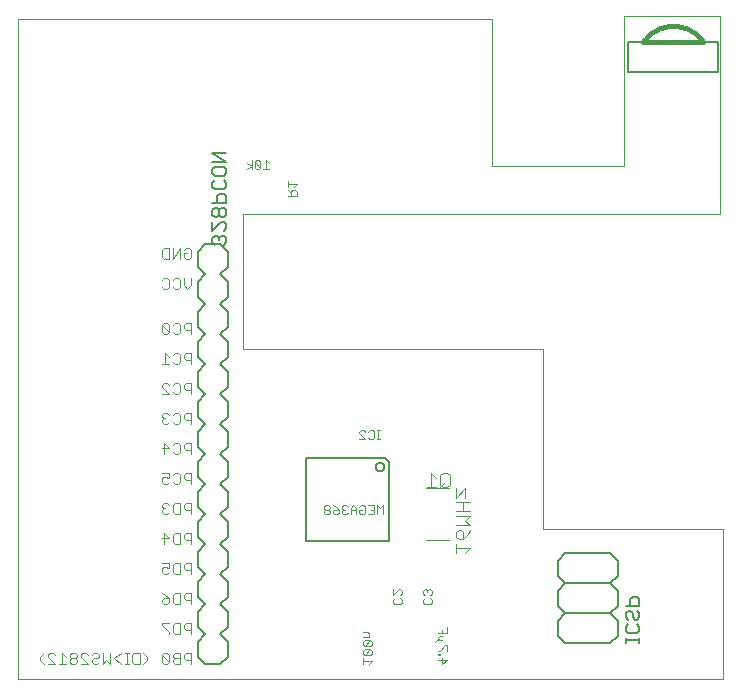
<source format=gbo>
G75*
%MOIN*%
%OFA0B0*%
%FSLAX24Y24*%
%IPPOS*%
%LPD*%
%AMOC8*
5,1,8,0,0,1.08239X$1,22.5*
%
%ADD10C,0.0000*%
%ADD11C,0.0030*%
%ADD12C,0.0050*%
%ADD13C,0.0160*%
%ADD14C,0.0060*%
%ADD15C,0.0080*%
%ADD16C,0.0040*%
D10*
X005976Y000558D02*
X029476Y000558D01*
X029476Y005558D01*
X023476Y005558D01*
X023476Y011558D01*
X013476Y011558D01*
X013476Y016058D01*
X029376Y016058D01*
X029376Y022658D01*
X026176Y022658D01*
X026176Y017658D01*
X021776Y017658D01*
X021776Y022558D01*
X005976Y022558D01*
X005976Y000558D01*
D11*
X006727Y001197D02*
X006727Y001320D01*
X006850Y001443D01*
X006972Y001382D02*
X007033Y001443D01*
X007157Y001443D01*
X007218Y001382D01*
X006972Y001382D02*
X006972Y001320D01*
X007218Y001073D01*
X006972Y001073D01*
X006850Y001073D02*
X006727Y001197D01*
X007340Y001073D02*
X007587Y001073D01*
X007463Y001073D02*
X007463Y001443D01*
X007587Y001320D01*
X007708Y001320D02*
X007770Y001258D01*
X007893Y001258D01*
X007955Y001320D01*
X007955Y001382D01*
X007893Y001443D01*
X007770Y001443D01*
X007708Y001382D01*
X007708Y001320D01*
X007770Y001258D02*
X007708Y001197D01*
X007708Y001135D01*
X007770Y001073D01*
X007893Y001073D01*
X007955Y001135D01*
X007955Y001197D01*
X007893Y001258D01*
X008077Y001320D02*
X008077Y001382D01*
X008138Y001443D01*
X008262Y001443D01*
X008323Y001382D01*
X008445Y001382D02*
X008507Y001443D01*
X008630Y001443D01*
X008692Y001382D01*
X008692Y001320D01*
X008630Y001258D01*
X008507Y001258D01*
X008445Y001197D01*
X008445Y001135D01*
X008507Y001073D01*
X008630Y001073D01*
X008692Y001135D01*
X008813Y001073D02*
X008813Y001443D01*
X009060Y001443D02*
X009060Y001073D01*
X008937Y001197D01*
X008813Y001073D01*
X009181Y001258D02*
X009428Y001073D01*
X009550Y001073D02*
X009674Y001073D01*
X009612Y001073D02*
X009612Y001443D01*
X009674Y001443D02*
X009550Y001443D01*
X009428Y001443D02*
X009181Y001258D01*
X009795Y001135D02*
X009795Y001382D01*
X009857Y001443D01*
X010042Y001443D01*
X010042Y001073D01*
X009857Y001073D01*
X009795Y001135D01*
X010164Y001073D02*
X010288Y001197D01*
X010288Y001320D01*
X010164Y001443D01*
X010777Y001382D02*
X011024Y001135D01*
X010963Y001073D01*
X010839Y001073D01*
X010777Y001135D01*
X010777Y001382D01*
X010839Y001443D01*
X010963Y001443D01*
X011024Y001382D01*
X011024Y001135D01*
X011146Y001135D02*
X011208Y001073D01*
X011393Y001073D01*
X011393Y001443D01*
X011208Y001443D01*
X011146Y001382D01*
X011146Y001320D01*
X011208Y001258D01*
X011393Y001258D01*
X011514Y001258D02*
X011514Y001382D01*
X011576Y001443D01*
X011761Y001443D01*
X011761Y001073D01*
X011761Y001197D02*
X011576Y001197D01*
X011514Y001258D01*
X011208Y001258D02*
X011146Y001197D01*
X011146Y001135D01*
X011208Y002073D02*
X011146Y002135D01*
X011146Y002382D01*
X011208Y002443D01*
X011393Y002443D01*
X011393Y002073D01*
X011208Y002073D01*
X011024Y002073D02*
X011024Y002135D01*
X010777Y002382D01*
X010777Y002443D01*
X011024Y002443D01*
X011514Y002382D02*
X011514Y002258D01*
X011576Y002197D01*
X011761Y002197D01*
X011761Y002073D02*
X011761Y002443D01*
X011576Y002443D01*
X011514Y002382D01*
X011393Y003073D02*
X011208Y003073D01*
X011146Y003135D01*
X011146Y003382D01*
X011208Y003443D01*
X011393Y003443D01*
X011393Y003073D01*
X011576Y003197D02*
X011761Y003197D01*
X011761Y003073D02*
X011761Y003443D01*
X011576Y003443D01*
X011514Y003382D01*
X011514Y003258D01*
X011576Y003197D01*
X011024Y003258D02*
X010839Y003258D01*
X010777Y003197D01*
X010777Y003135D01*
X010839Y003073D01*
X010963Y003073D01*
X011024Y003135D01*
X011024Y003258D01*
X010901Y003382D01*
X010777Y003443D01*
X010839Y004073D02*
X010963Y004073D01*
X011024Y004135D01*
X011146Y004135D02*
X011146Y004382D01*
X011208Y004443D01*
X011393Y004443D01*
X011393Y004073D01*
X011208Y004073D01*
X011146Y004135D01*
X011024Y004258D02*
X010901Y004320D01*
X010839Y004320D01*
X010777Y004258D01*
X010777Y004135D01*
X010839Y004073D01*
X011024Y004258D02*
X011024Y004443D01*
X010777Y004443D01*
X011514Y004382D02*
X011514Y004258D01*
X011576Y004197D01*
X011761Y004197D01*
X011761Y004073D02*
X011761Y004443D01*
X011576Y004443D01*
X011514Y004382D01*
X011393Y005073D02*
X011208Y005073D01*
X011146Y005135D01*
X011146Y005382D01*
X011208Y005443D01*
X011393Y005443D01*
X011393Y005073D01*
X011576Y005197D02*
X011761Y005197D01*
X011761Y005073D02*
X011761Y005443D01*
X011576Y005443D01*
X011514Y005382D01*
X011514Y005258D01*
X011576Y005197D01*
X011024Y005258D02*
X010777Y005258D01*
X010839Y005073D02*
X010839Y005443D01*
X011024Y005258D01*
X010963Y006073D02*
X011024Y006135D01*
X010963Y006073D02*
X010839Y006073D01*
X010777Y006135D01*
X010777Y006197D01*
X010839Y006258D01*
X010901Y006258D01*
X010839Y006258D02*
X010777Y006320D01*
X010777Y006382D01*
X010839Y006443D01*
X010963Y006443D01*
X011024Y006382D01*
X011146Y006382D02*
X011146Y006135D01*
X011208Y006073D01*
X011393Y006073D01*
X011393Y006443D01*
X011208Y006443D01*
X011146Y006382D01*
X011514Y006382D02*
X011514Y006258D01*
X011576Y006197D01*
X011761Y006197D01*
X011761Y006073D02*
X011761Y006443D01*
X011576Y006443D01*
X011514Y006382D01*
X011331Y007073D02*
X011208Y007073D01*
X011146Y007135D01*
X011024Y007135D02*
X010963Y007073D01*
X010839Y007073D01*
X010777Y007135D01*
X010777Y007258D01*
X010839Y007320D01*
X010901Y007320D01*
X011024Y007258D01*
X011024Y007443D01*
X010777Y007443D01*
X011146Y007382D02*
X011208Y007443D01*
X011331Y007443D01*
X011393Y007382D01*
X011393Y007135D01*
X011331Y007073D01*
X011514Y007258D02*
X011514Y007382D01*
X011576Y007443D01*
X011761Y007443D01*
X011761Y007073D01*
X011761Y007197D02*
X011576Y007197D01*
X011514Y007258D01*
X011331Y008073D02*
X011208Y008073D01*
X011146Y008135D01*
X011024Y008258D02*
X010839Y008443D01*
X010839Y008073D01*
X010777Y008258D02*
X011024Y008258D01*
X011146Y008382D02*
X011208Y008443D01*
X011331Y008443D01*
X011393Y008382D01*
X011393Y008135D01*
X011331Y008073D01*
X011514Y008258D02*
X011514Y008382D01*
X011576Y008443D01*
X011761Y008443D01*
X011761Y008073D01*
X011761Y008197D02*
X011576Y008197D01*
X011514Y008258D01*
X011331Y009073D02*
X011208Y009073D01*
X011146Y009135D01*
X011024Y009135D02*
X010963Y009073D01*
X010839Y009073D01*
X010777Y009135D01*
X010777Y009197D01*
X010839Y009258D01*
X010901Y009258D01*
X010839Y009258D02*
X010777Y009320D01*
X010777Y009382D01*
X010839Y009443D01*
X010963Y009443D01*
X011024Y009382D01*
X011146Y009382D02*
X011208Y009443D01*
X011331Y009443D01*
X011393Y009382D01*
X011393Y009135D01*
X011331Y009073D01*
X011514Y009258D02*
X011514Y009382D01*
X011576Y009443D01*
X011761Y009443D01*
X011761Y009073D01*
X011761Y009197D02*
X011576Y009197D01*
X011514Y009258D01*
X011331Y010073D02*
X011208Y010073D01*
X011146Y010135D01*
X011024Y010073D02*
X010777Y010320D01*
X010777Y010382D01*
X010839Y010443D01*
X010963Y010443D01*
X011024Y010382D01*
X011146Y010382D02*
X011208Y010443D01*
X011331Y010443D01*
X011393Y010382D01*
X011393Y010135D01*
X011331Y010073D01*
X011514Y010258D02*
X011576Y010197D01*
X011761Y010197D01*
X011761Y010073D02*
X011761Y010443D01*
X011576Y010443D01*
X011514Y010382D01*
X011514Y010258D01*
X011024Y010073D02*
X010777Y010073D01*
X010777Y011073D02*
X011024Y011073D01*
X010901Y011073D02*
X010901Y011443D01*
X011024Y011320D01*
X011146Y011382D02*
X011208Y011443D01*
X011331Y011443D01*
X011393Y011382D01*
X011393Y011135D01*
X011331Y011073D01*
X011208Y011073D01*
X011146Y011135D01*
X011514Y011258D02*
X011514Y011382D01*
X011576Y011443D01*
X011761Y011443D01*
X011761Y011073D01*
X011761Y011197D02*
X011576Y011197D01*
X011514Y011258D01*
X011331Y012073D02*
X011208Y012073D01*
X011146Y012135D01*
X011024Y012135D02*
X010963Y012073D01*
X010839Y012073D01*
X010777Y012135D01*
X010777Y012382D01*
X011024Y012135D01*
X011024Y012382D01*
X010963Y012443D01*
X010839Y012443D01*
X010777Y012382D01*
X011146Y012382D02*
X011208Y012443D01*
X011331Y012443D01*
X011393Y012382D01*
X011393Y012135D01*
X011331Y012073D01*
X011514Y012258D02*
X011576Y012197D01*
X011761Y012197D01*
X011761Y012073D02*
X011761Y012443D01*
X011576Y012443D01*
X011514Y012382D01*
X011514Y012258D01*
X011638Y013573D02*
X011514Y013697D01*
X011514Y013943D01*
X011393Y013882D02*
X011393Y013635D01*
X011331Y013573D01*
X011208Y013573D01*
X011146Y013635D01*
X011024Y013635D02*
X010963Y013573D01*
X010839Y013573D01*
X010777Y013635D01*
X010777Y013882D02*
X010839Y013943D01*
X010963Y013943D01*
X011024Y013882D01*
X011024Y013635D01*
X011146Y013882D02*
X011208Y013943D01*
X011331Y013943D01*
X011393Y013882D01*
X011761Y013943D02*
X011761Y013697D01*
X011638Y013573D01*
X011699Y014573D02*
X011576Y014573D01*
X011514Y014635D01*
X011514Y014758D01*
X011638Y014758D01*
X011761Y014635D02*
X011699Y014573D01*
X011761Y014635D02*
X011761Y014882D01*
X011699Y014943D01*
X011576Y014943D01*
X011514Y014882D01*
X011393Y014943D02*
X011146Y014573D01*
X011146Y014943D01*
X011024Y014943D02*
X010839Y014943D01*
X010777Y014882D01*
X010777Y014635D01*
X010839Y014573D01*
X011024Y014573D01*
X011024Y014943D01*
X011393Y014943D02*
X011393Y014573D01*
X014991Y016673D02*
X015281Y016673D01*
X015281Y016818D01*
X015233Y016867D01*
X015136Y016867D01*
X015088Y016818D01*
X015088Y016673D01*
X015088Y016770D02*
X014991Y016867D01*
X014991Y016968D02*
X014991Y017161D01*
X014991Y017064D02*
X015281Y017064D01*
X015184Y016968D01*
X014361Y017573D02*
X014167Y017573D01*
X014264Y017573D02*
X014264Y017863D01*
X014361Y017767D01*
X014066Y017815D02*
X014066Y017621D01*
X013873Y017815D01*
X013873Y017621D01*
X013921Y017573D01*
X014018Y017573D01*
X014066Y017621D01*
X014066Y017815D02*
X014018Y017863D01*
X013921Y017863D01*
X013873Y017815D01*
X013772Y017863D02*
X013772Y017573D01*
X013772Y017670D02*
X013627Y017767D01*
X013772Y017670D02*
X013627Y017573D01*
X017415Y008863D02*
X017512Y008863D01*
X017560Y008815D01*
X017661Y008815D02*
X017709Y008863D01*
X017806Y008863D01*
X017855Y008815D01*
X017855Y008621D01*
X017806Y008573D01*
X017709Y008573D01*
X017661Y008621D01*
X017560Y008573D02*
X017366Y008767D01*
X017366Y008815D01*
X017415Y008863D01*
X017366Y008573D02*
X017560Y008573D01*
X017954Y008573D02*
X018051Y008573D01*
X018003Y008573D02*
X018003Y008863D01*
X018051Y008863D02*
X017954Y008863D01*
X017957Y006363D02*
X017957Y006073D01*
X017856Y006073D02*
X017856Y006363D01*
X017663Y006363D01*
X017562Y006315D02*
X017562Y006121D01*
X017513Y006073D01*
X017417Y006073D01*
X017368Y006121D01*
X017368Y006218D01*
X017465Y006218D01*
X017562Y006315D02*
X017513Y006363D01*
X017417Y006363D01*
X017368Y006315D01*
X017267Y006267D02*
X017170Y006363D01*
X017074Y006267D01*
X017074Y006073D01*
X016972Y006121D02*
X016924Y006073D01*
X016827Y006073D01*
X016779Y006121D01*
X016779Y006170D01*
X016827Y006218D01*
X016876Y006218D01*
X016827Y006218D02*
X016779Y006267D01*
X016779Y006315D01*
X016827Y006363D01*
X016924Y006363D01*
X016972Y006315D01*
X017074Y006218D02*
X017267Y006218D01*
X017267Y006267D02*
X017267Y006073D01*
X017663Y006073D02*
X017856Y006073D01*
X017856Y006218D02*
X017760Y006218D01*
X017957Y006363D02*
X018054Y006267D01*
X018151Y006363D01*
X018151Y006073D01*
X016678Y006121D02*
X016629Y006073D01*
X016533Y006073D01*
X016484Y006121D01*
X016484Y006170D01*
X016533Y006218D01*
X016678Y006218D01*
X016678Y006121D01*
X016678Y006218D02*
X016581Y006315D01*
X016484Y006363D01*
X016383Y006315D02*
X016383Y006267D01*
X016335Y006218D01*
X016238Y006218D01*
X016190Y006170D01*
X016190Y006121D01*
X016238Y006073D01*
X016335Y006073D01*
X016383Y006121D01*
X016383Y006170D01*
X016335Y006218D01*
X016238Y006218D02*
X016190Y006267D01*
X016190Y006315D01*
X016238Y006363D01*
X016335Y006363D01*
X016383Y006315D01*
X018491Y003561D02*
X018491Y003368D01*
X018684Y003561D01*
X018733Y003561D01*
X018781Y003513D01*
X018781Y003416D01*
X018733Y003368D01*
X018733Y003267D02*
X018781Y003218D01*
X018781Y003121D01*
X018733Y003073D01*
X018539Y003073D01*
X018491Y003121D01*
X018491Y003218D01*
X018539Y003267D01*
X019491Y003218D02*
X019539Y003267D01*
X019491Y003218D02*
X019491Y003121D01*
X019539Y003073D01*
X019733Y003073D01*
X019781Y003121D01*
X019781Y003218D01*
X019733Y003267D01*
X019733Y003368D02*
X019781Y003416D01*
X019781Y003513D01*
X019733Y003561D01*
X019684Y003561D01*
X019636Y003513D01*
X019588Y003561D01*
X019539Y003561D01*
X019491Y003513D01*
X019491Y003416D01*
X019539Y003368D01*
X019636Y003464D02*
X019636Y003513D01*
X020281Y002298D02*
X020281Y002104D01*
X019991Y002104D01*
X020039Y002003D02*
X019991Y001955D01*
X019991Y001906D01*
X020039Y001858D01*
X019943Y001858D01*
X019894Y001810D01*
X020039Y001858D02*
X020136Y001858D01*
X020136Y002003D02*
X020039Y002003D01*
X020136Y002104D02*
X020136Y002201D01*
X020233Y001709D02*
X020039Y001515D01*
X019991Y001515D01*
X019991Y001416D02*
X019991Y001368D01*
X020039Y001368D01*
X020039Y001416D01*
X019991Y001416D01*
X019991Y001218D02*
X020281Y001218D01*
X020136Y001073D01*
X020136Y001267D01*
X020281Y001515D02*
X020281Y001709D01*
X020233Y001709D01*
X017781Y001711D02*
X017781Y001807D01*
X017733Y001856D01*
X017539Y001662D01*
X017491Y001711D01*
X017491Y001807D01*
X017539Y001856D01*
X017733Y001856D01*
X017684Y001957D02*
X017684Y002102D01*
X017636Y002151D01*
X017491Y002151D01*
X017491Y001957D02*
X017684Y001957D01*
X017781Y001711D02*
X017733Y001662D01*
X017539Y001662D01*
X017539Y001561D02*
X017491Y001513D01*
X017491Y001416D01*
X017539Y001368D01*
X017733Y001561D01*
X017539Y001561D01*
X017539Y001368D02*
X017733Y001368D01*
X017781Y001416D01*
X017781Y001513D01*
X017733Y001561D01*
X017491Y001267D02*
X017491Y001073D01*
X017491Y001170D02*
X017781Y001170D01*
X017684Y001073D01*
X008323Y001073D02*
X008077Y001320D01*
X008077Y001073D02*
X008323Y001073D01*
D12*
X026251Y001783D02*
X026251Y001933D01*
X026251Y001858D02*
X026701Y001858D01*
X026701Y001783D02*
X026701Y001933D01*
X026626Y002090D02*
X026326Y002090D01*
X026251Y002165D01*
X026251Y002315D01*
X026326Y002390D01*
X026326Y002550D02*
X026251Y002625D01*
X026251Y002776D01*
X026326Y002851D01*
X026401Y002851D01*
X026476Y002776D01*
X026476Y002625D01*
X026551Y002550D01*
X026626Y002550D01*
X026701Y002625D01*
X026701Y002776D01*
X026626Y002851D01*
X026701Y003011D02*
X026701Y003236D01*
X026626Y003311D01*
X026476Y003311D01*
X026401Y003236D01*
X026401Y003011D01*
X026251Y003011D02*
X026701Y003011D01*
X026626Y002390D02*
X026701Y002315D01*
X026701Y002165D01*
X026626Y002090D01*
X012921Y015128D02*
X012846Y015053D01*
X012921Y015128D02*
X012921Y015278D01*
X012846Y015353D01*
X012771Y015353D01*
X012696Y015278D01*
X012621Y015353D01*
X012546Y015353D01*
X012471Y015278D01*
X012471Y015128D01*
X012546Y015053D01*
X012696Y015203D02*
X012696Y015278D01*
X012846Y015513D02*
X012921Y015589D01*
X012921Y015739D01*
X012846Y015814D01*
X012771Y015814D01*
X012471Y015513D01*
X012471Y015814D01*
X012546Y015974D02*
X012621Y015974D01*
X012696Y016049D01*
X012696Y016199D01*
X012621Y016274D01*
X012546Y016274D01*
X012471Y016199D01*
X012471Y016049D01*
X012546Y015974D01*
X012696Y016049D02*
X012771Y015974D01*
X012846Y015974D01*
X012921Y016049D01*
X012921Y016199D01*
X012846Y016274D01*
X012771Y016274D01*
X012696Y016199D01*
X012621Y016434D02*
X012621Y016659D01*
X012696Y016735D01*
X012846Y016735D01*
X012921Y016659D01*
X012921Y016434D01*
X012471Y016434D01*
X012546Y016895D02*
X012471Y016970D01*
X012471Y017120D01*
X012546Y017195D01*
X012546Y017355D02*
X012471Y017430D01*
X012471Y017580D01*
X012546Y017655D01*
X012846Y017655D01*
X012921Y017580D01*
X012921Y017430D01*
X012846Y017355D01*
X012546Y017355D01*
X012846Y017195D02*
X012921Y017120D01*
X012921Y016970D01*
X012846Y016895D01*
X012546Y016895D01*
X012471Y017815D02*
X012921Y017815D01*
X012471Y018116D01*
X012921Y018116D01*
X026326Y020808D02*
X026326Y021808D01*
X026826Y021808D01*
X026326Y020808D02*
X029326Y020808D01*
X029326Y021808D01*
X028826Y021808D01*
D13*
X026826Y021808D01*
X026865Y021863D01*
X026907Y021916D01*
X026952Y021966D01*
X027000Y022014D01*
X027050Y022059D01*
X027103Y022101D01*
X027158Y022140D01*
X027215Y022176D01*
X027274Y022209D01*
X027335Y022238D01*
X027397Y022264D01*
X027461Y022286D01*
X027525Y022305D01*
X027591Y022320D01*
X027658Y022331D01*
X027725Y022339D01*
X027792Y022343D01*
X027860Y022343D01*
X027927Y022339D01*
X027994Y022331D01*
X028061Y022320D01*
X028127Y022305D01*
X028191Y022286D01*
X028255Y022264D01*
X028317Y022238D01*
X028378Y022209D01*
X028437Y022176D01*
X028494Y022140D01*
X028549Y022101D01*
X028602Y022059D01*
X028652Y022014D01*
X028700Y021966D01*
X028745Y021916D01*
X028787Y021863D01*
X028826Y021808D01*
D14*
X018216Y007938D02*
X015596Y007938D01*
X015596Y005178D01*
X018356Y005178D01*
X018356Y007798D01*
X018216Y007938D01*
X017915Y007638D02*
X017917Y007661D01*
X017923Y007684D01*
X017932Y007705D01*
X017945Y007725D01*
X017961Y007742D01*
X017979Y007756D01*
X017999Y007767D01*
X018021Y007775D01*
X018044Y007779D01*
X018068Y007779D01*
X018091Y007775D01*
X018113Y007767D01*
X018133Y007756D01*
X018151Y007742D01*
X018167Y007725D01*
X018180Y007705D01*
X018189Y007684D01*
X018195Y007661D01*
X018197Y007638D01*
X018195Y007615D01*
X018189Y007592D01*
X018180Y007571D01*
X018167Y007551D01*
X018151Y007534D01*
X018133Y007520D01*
X018113Y007509D01*
X018091Y007501D01*
X018068Y007497D01*
X018044Y007497D01*
X018021Y007501D01*
X017999Y007509D01*
X017979Y007520D01*
X017961Y007534D01*
X017945Y007551D01*
X017932Y007571D01*
X017923Y007592D01*
X017917Y007615D01*
X017915Y007638D01*
X023976Y004508D02*
X023976Y004008D01*
X024226Y003758D01*
X025726Y003758D01*
X025976Y004008D01*
X025976Y004508D01*
X025726Y004758D01*
X024226Y004758D01*
X023976Y004508D01*
X024226Y003758D02*
X023976Y003508D01*
X023976Y003008D01*
X024226Y002758D01*
X025726Y002758D01*
X025976Y003008D01*
X025976Y003508D01*
X025726Y003758D01*
X025726Y002758D02*
X025976Y002508D01*
X025976Y002008D01*
X025726Y001758D01*
X024226Y001758D01*
X023976Y002008D01*
X023976Y002508D01*
X024226Y002758D01*
D15*
X012976Y002808D02*
X012976Y002308D01*
X012726Y002058D01*
X012976Y001808D01*
X012976Y001308D01*
X012726Y001058D01*
X012226Y001058D01*
X011976Y001308D01*
X011976Y001808D01*
X012226Y002058D01*
X011976Y002308D01*
X011976Y002808D01*
X012226Y003058D01*
X011976Y003308D01*
X011976Y003808D01*
X012226Y004058D01*
X011976Y004308D01*
X011976Y004808D01*
X012226Y005058D01*
X011976Y005308D01*
X011976Y005808D01*
X012226Y006058D01*
X011976Y006308D01*
X011976Y006808D01*
X012226Y007058D01*
X011976Y007308D01*
X011976Y007808D01*
X012226Y008058D01*
X011976Y008308D01*
X011976Y008808D01*
X012226Y009058D01*
X011976Y009308D01*
X011976Y009808D01*
X012226Y010058D01*
X011976Y010308D01*
X011976Y010808D01*
X012226Y011058D01*
X011976Y011308D01*
X011976Y011808D01*
X012226Y012058D01*
X011976Y012308D01*
X011976Y012808D01*
X012226Y013058D01*
X011976Y013308D01*
X011976Y013808D01*
X012226Y014058D01*
X011976Y014308D01*
X011976Y014808D01*
X012226Y015058D01*
X012726Y015058D01*
X012976Y014808D01*
X012976Y014308D01*
X012726Y014058D01*
X012976Y013808D01*
X012976Y013308D01*
X012726Y013058D01*
X012976Y012808D01*
X012976Y012308D01*
X012726Y012058D01*
X012976Y011808D01*
X012976Y011308D01*
X012726Y011058D01*
X012976Y010808D01*
X012976Y010308D01*
X012726Y010058D01*
X012976Y009808D01*
X012976Y009308D01*
X012726Y009058D01*
X012976Y008808D01*
X012976Y008308D01*
X012726Y008058D01*
X012976Y007808D01*
X012976Y007308D01*
X012726Y007058D01*
X012976Y006808D01*
X012976Y006308D01*
X012726Y006058D01*
X012976Y005808D01*
X012976Y005308D01*
X012726Y005058D01*
X012976Y004808D01*
X012976Y004308D01*
X012726Y004058D01*
X012976Y003808D01*
X012976Y003308D01*
X012726Y003058D01*
X012976Y002808D01*
D16*
X019602Y005192D02*
X020350Y005192D01*
X020596Y005083D02*
X020596Y004776D01*
X020596Y004930D02*
X021056Y004930D01*
X020903Y004776D01*
X020826Y005236D02*
X020826Y005467D01*
X020749Y005543D01*
X020673Y005543D01*
X020596Y005467D01*
X020596Y005313D01*
X020673Y005236D01*
X020826Y005236D01*
X020980Y005390D01*
X021056Y005543D01*
X021056Y005697D02*
X020903Y005850D01*
X021056Y006004D01*
X020596Y006004D01*
X020596Y006157D02*
X021056Y006157D01*
X020826Y006157D02*
X020826Y006464D01*
X020903Y006618D02*
X020903Y006925D01*
X020596Y006618D01*
X020596Y006925D01*
X020350Y006924D02*
X019602Y006924D01*
X019609Y006978D02*
X019916Y006978D01*
X019763Y006978D02*
X019763Y007438D01*
X019916Y007285D01*
X020070Y007362D02*
X020070Y007055D01*
X020147Y006978D01*
X020300Y006978D01*
X020377Y007055D01*
X020377Y007362D01*
X020300Y007438D01*
X020147Y007438D01*
X020070Y007362D01*
X020223Y007132D02*
X020070Y006978D01*
X020596Y006464D02*
X021056Y006464D01*
X021056Y005697D02*
X020596Y005697D01*
M02*

</source>
